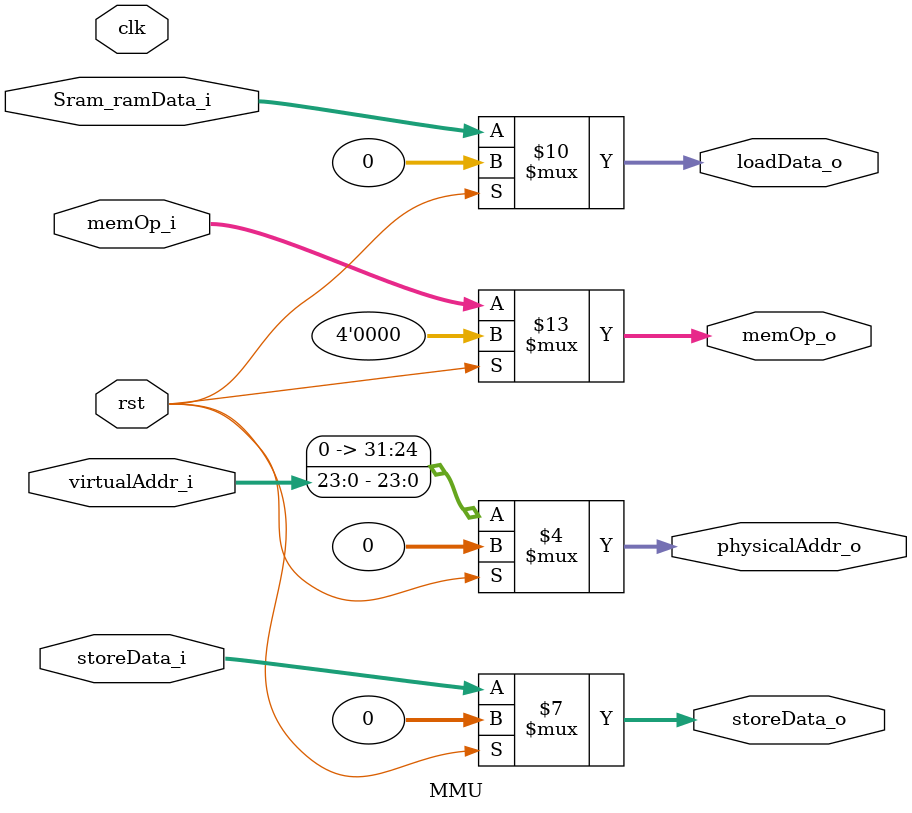
<source format=v>
module MMU(
	input wire clk,
	input wire rst,
	input wire [31:0] virtualAddr_i,
	input wire [3:0] memOp_i,
	input wire [31:0] storeData_i,
	input wire [31:0] Sram_ramData_i,
	
	output reg [3:0] memOp_o,
	output reg [31:0] loadData_o,
	output reg [31:0] storeData_o,
	output reg [31:0] physicalAddr_o
);
	always @(*) begin 
		if(rst == 1'b1) begin
			memOp_o <= 3'b0;
			loadData_o <= 32'b0;
			storeData_o <= 32'b0;
			physicalAddr_o <= 32'b0;
		end else begin
			memOp_o <= memOp_i;
			loadData_o <= Sram_ramData_i;
			storeData_o <= storeData_i;
			physicalAddr_o <= {8'b0, virtualAddr_i[23:0]};
		end
	end
endmodule
</source>
